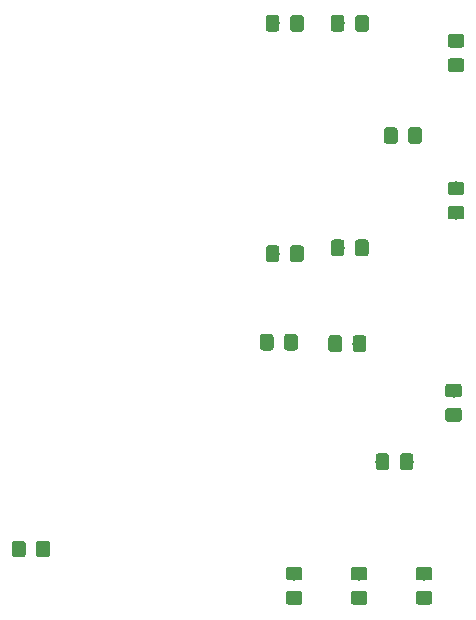
<source format=gbr>
G04 #@! TF.GenerationSoftware,KiCad,Pcbnew,(5.0.1)-3*
G04 #@! TF.CreationDate,2019-08-04T12:29:00-04:00*
G04 #@! TF.ProjectId,Dice_roller,446963655F726F6C6C65722E6B696361,rev?*
G04 #@! TF.SameCoordinates,Original*
G04 #@! TF.FileFunction,Paste,Top*
G04 #@! TF.FilePolarity,Positive*
%FSLAX46Y46*%
G04 Gerber Fmt 4.6, Leading zero omitted, Abs format (unit mm)*
G04 Created by KiCad (PCBNEW (5.0.1)-3) date 8/4/2019 12:29:00 PM*
%MOMM*%
%LPD*%
G01*
G04 APERTURE LIST*
%ADD10C,0.100000*%
%ADD11C,1.150000*%
G04 APERTURE END LIST*
D10*
G04 #@! TO.C,R1*
G36*
X158266334Y-95066896D02*
X158290602Y-95070496D01*
X158314401Y-95076457D01*
X158337500Y-95084722D01*
X158359679Y-95095212D01*
X158380722Y-95107824D01*
X158400428Y-95122439D01*
X158418606Y-95138915D01*
X158435082Y-95157093D01*
X158449697Y-95176799D01*
X158462309Y-95197842D01*
X158472799Y-95220021D01*
X158481064Y-95243120D01*
X158487025Y-95266919D01*
X158490625Y-95291187D01*
X158491829Y-95315691D01*
X158491829Y-95965693D01*
X158490625Y-95990197D01*
X158487025Y-96014465D01*
X158481064Y-96038264D01*
X158472799Y-96061363D01*
X158462309Y-96083542D01*
X158449697Y-96104585D01*
X158435082Y-96124291D01*
X158418606Y-96142469D01*
X158400428Y-96158945D01*
X158380722Y-96173560D01*
X158359679Y-96186172D01*
X158337500Y-96196662D01*
X158314401Y-96204927D01*
X158290602Y-96210888D01*
X158266334Y-96214488D01*
X158241830Y-96215692D01*
X157341828Y-96215692D01*
X157317324Y-96214488D01*
X157293056Y-96210888D01*
X157269257Y-96204927D01*
X157246158Y-96196662D01*
X157223979Y-96186172D01*
X157202936Y-96173560D01*
X157183230Y-96158945D01*
X157165052Y-96142469D01*
X157148576Y-96124291D01*
X157133961Y-96104585D01*
X157121349Y-96083542D01*
X157110859Y-96061363D01*
X157102594Y-96038264D01*
X157096633Y-96014465D01*
X157093033Y-95990197D01*
X157091829Y-95965693D01*
X157091829Y-95315691D01*
X157093033Y-95291187D01*
X157096633Y-95266919D01*
X157102594Y-95243120D01*
X157110859Y-95220021D01*
X157121349Y-95197842D01*
X157133961Y-95176799D01*
X157148576Y-95157093D01*
X157165052Y-95138915D01*
X157183230Y-95122439D01*
X157202936Y-95107824D01*
X157223979Y-95095212D01*
X157246158Y-95084722D01*
X157269257Y-95076457D01*
X157293056Y-95070496D01*
X157317324Y-95066896D01*
X157341828Y-95065692D01*
X158241830Y-95065692D01*
X158266334Y-95066896D01*
X158266334Y-95066896D01*
G37*
D11*
X157791829Y-95640692D03*
D10*
G36*
X158266334Y-93016896D02*
X158290602Y-93020496D01*
X158314401Y-93026457D01*
X158337500Y-93034722D01*
X158359679Y-93045212D01*
X158380722Y-93057824D01*
X158400428Y-93072439D01*
X158418606Y-93088915D01*
X158435082Y-93107093D01*
X158449697Y-93126799D01*
X158462309Y-93147842D01*
X158472799Y-93170021D01*
X158481064Y-93193120D01*
X158487025Y-93216919D01*
X158490625Y-93241187D01*
X158491829Y-93265691D01*
X158491829Y-93915693D01*
X158490625Y-93940197D01*
X158487025Y-93964465D01*
X158481064Y-93988264D01*
X158472799Y-94011363D01*
X158462309Y-94033542D01*
X158449697Y-94054585D01*
X158435082Y-94074291D01*
X158418606Y-94092469D01*
X158400428Y-94108945D01*
X158380722Y-94123560D01*
X158359679Y-94136172D01*
X158337500Y-94146662D01*
X158314401Y-94154927D01*
X158290602Y-94160888D01*
X158266334Y-94164488D01*
X158241830Y-94165692D01*
X157341828Y-94165692D01*
X157317324Y-94164488D01*
X157293056Y-94160888D01*
X157269257Y-94154927D01*
X157246158Y-94146662D01*
X157223979Y-94136172D01*
X157202936Y-94123560D01*
X157183230Y-94108945D01*
X157165052Y-94092469D01*
X157148576Y-94074291D01*
X157133961Y-94054585D01*
X157121349Y-94033542D01*
X157110859Y-94011363D01*
X157102594Y-93988264D01*
X157096633Y-93964465D01*
X157093033Y-93940197D01*
X157091829Y-93915693D01*
X157091829Y-93265691D01*
X157093033Y-93241187D01*
X157096633Y-93216919D01*
X157102594Y-93193120D01*
X157110859Y-93170021D01*
X157121349Y-93147842D01*
X157133961Y-93126799D01*
X157148576Y-93107093D01*
X157165052Y-93088915D01*
X157183230Y-93072439D01*
X157202936Y-93057824D01*
X157223979Y-93045212D01*
X157246158Y-93034722D01*
X157269257Y-93026457D01*
X157293056Y-93020496D01*
X157317324Y-93016896D01*
X157341828Y-93015692D01*
X158241830Y-93015692D01*
X158266334Y-93016896D01*
X158266334Y-93016896D01*
G37*
D11*
X157791829Y-93590692D03*
G04 #@! TD*
D10*
G04 #@! TO.C,R2*
G36*
X148116334Y-88916896D02*
X148140602Y-88920496D01*
X148164401Y-88926457D01*
X148187500Y-88934722D01*
X148209679Y-88945212D01*
X148230722Y-88957824D01*
X148250428Y-88972439D01*
X148268606Y-88988915D01*
X148285082Y-89007093D01*
X148299697Y-89026799D01*
X148312309Y-89047842D01*
X148322799Y-89070021D01*
X148331064Y-89093120D01*
X148337025Y-89116919D01*
X148340625Y-89141187D01*
X148341829Y-89165691D01*
X148341829Y-90065693D01*
X148340625Y-90090197D01*
X148337025Y-90114465D01*
X148331064Y-90138264D01*
X148322799Y-90161363D01*
X148312309Y-90183542D01*
X148299697Y-90204585D01*
X148285082Y-90224291D01*
X148268606Y-90242469D01*
X148250428Y-90258945D01*
X148230722Y-90273560D01*
X148209679Y-90286172D01*
X148187500Y-90296662D01*
X148164401Y-90304927D01*
X148140602Y-90310888D01*
X148116334Y-90314488D01*
X148091830Y-90315692D01*
X147441828Y-90315692D01*
X147417324Y-90314488D01*
X147393056Y-90310888D01*
X147369257Y-90304927D01*
X147346158Y-90296662D01*
X147323979Y-90286172D01*
X147302936Y-90273560D01*
X147283230Y-90258945D01*
X147265052Y-90242469D01*
X147248576Y-90224291D01*
X147233961Y-90204585D01*
X147221349Y-90183542D01*
X147210859Y-90161363D01*
X147202594Y-90138264D01*
X147196633Y-90114465D01*
X147193033Y-90090197D01*
X147191829Y-90065693D01*
X147191829Y-89165691D01*
X147193033Y-89141187D01*
X147196633Y-89116919D01*
X147202594Y-89093120D01*
X147210859Y-89070021D01*
X147221349Y-89047842D01*
X147233961Y-89026799D01*
X147248576Y-89007093D01*
X147265052Y-88988915D01*
X147283230Y-88972439D01*
X147302936Y-88957824D01*
X147323979Y-88945212D01*
X147346158Y-88934722D01*
X147369257Y-88926457D01*
X147393056Y-88920496D01*
X147417324Y-88916896D01*
X147441828Y-88915692D01*
X148091830Y-88915692D01*
X148116334Y-88916896D01*
X148116334Y-88916896D01*
G37*
D11*
X147766829Y-89615692D03*
D10*
G36*
X150166334Y-88916896D02*
X150190602Y-88920496D01*
X150214401Y-88926457D01*
X150237500Y-88934722D01*
X150259679Y-88945212D01*
X150280722Y-88957824D01*
X150300428Y-88972439D01*
X150318606Y-88988915D01*
X150335082Y-89007093D01*
X150349697Y-89026799D01*
X150362309Y-89047842D01*
X150372799Y-89070021D01*
X150381064Y-89093120D01*
X150387025Y-89116919D01*
X150390625Y-89141187D01*
X150391829Y-89165691D01*
X150391829Y-90065693D01*
X150390625Y-90090197D01*
X150387025Y-90114465D01*
X150381064Y-90138264D01*
X150372799Y-90161363D01*
X150362309Y-90183542D01*
X150349697Y-90204585D01*
X150335082Y-90224291D01*
X150318606Y-90242469D01*
X150300428Y-90258945D01*
X150280722Y-90273560D01*
X150259679Y-90286172D01*
X150237500Y-90296662D01*
X150214401Y-90304927D01*
X150190602Y-90310888D01*
X150166334Y-90314488D01*
X150141830Y-90315692D01*
X149491828Y-90315692D01*
X149467324Y-90314488D01*
X149443056Y-90310888D01*
X149419257Y-90304927D01*
X149396158Y-90296662D01*
X149373979Y-90286172D01*
X149352936Y-90273560D01*
X149333230Y-90258945D01*
X149315052Y-90242469D01*
X149298576Y-90224291D01*
X149283961Y-90204585D01*
X149271349Y-90183542D01*
X149260859Y-90161363D01*
X149252594Y-90138264D01*
X149246633Y-90114465D01*
X149243033Y-90090197D01*
X149241829Y-90065693D01*
X149241829Y-89165691D01*
X149243033Y-89141187D01*
X149246633Y-89116919D01*
X149252594Y-89093120D01*
X149260859Y-89070021D01*
X149271349Y-89047842D01*
X149283961Y-89026799D01*
X149298576Y-89007093D01*
X149315052Y-88988915D01*
X149333230Y-88972439D01*
X149352936Y-88957824D01*
X149373979Y-88945212D01*
X149396158Y-88934722D01*
X149419257Y-88926457D01*
X149443056Y-88920496D01*
X149467324Y-88916896D01*
X149491828Y-88915692D01*
X150141830Y-88915692D01*
X150166334Y-88916896D01*
X150166334Y-88916896D01*
G37*
D11*
X149816829Y-89615692D03*
G04 #@! TD*
D10*
G04 #@! TO.C,R3*
G36*
X142324505Y-88801204D02*
X142348773Y-88804804D01*
X142372572Y-88810765D01*
X142395671Y-88819030D01*
X142417850Y-88829520D01*
X142438893Y-88842132D01*
X142458599Y-88856747D01*
X142476777Y-88873223D01*
X142493253Y-88891401D01*
X142507868Y-88911107D01*
X142520480Y-88932150D01*
X142530970Y-88954329D01*
X142539235Y-88977428D01*
X142545196Y-89001227D01*
X142548796Y-89025495D01*
X142550000Y-89049999D01*
X142550000Y-89950001D01*
X142548796Y-89974505D01*
X142545196Y-89998773D01*
X142539235Y-90022572D01*
X142530970Y-90045671D01*
X142520480Y-90067850D01*
X142507868Y-90088893D01*
X142493253Y-90108599D01*
X142476777Y-90126777D01*
X142458599Y-90143253D01*
X142438893Y-90157868D01*
X142417850Y-90170480D01*
X142395671Y-90180970D01*
X142372572Y-90189235D01*
X142348773Y-90195196D01*
X142324505Y-90198796D01*
X142300001Y-90200000D01*
X141649999Y-90200000D01*
X141625495Y-90198796D01*
X141601227Y-90195196D01*
X141577428Y-90189235D01*
X141554329Y-90180970D01*
X141532150Y-90170480D01*
X141511107Y-90157868D01*
X141491401Y-90143253D01*
X141473223Y-90126777D01*
X141456747Y-90108599D01*
X141442132Y-90088893D01*
X141429520Y-90067850D01*
X141419030Y-90045671D01*
X141410765Y-90022572D01*
X141404804Y-89998773D01*
X141401204Y-89974505D01*
X141400000Y-89950001D01*
X141400000Y-89049999D01*
X141401204Y-89025495D01*
X141404804Y-89001227D01*
X141410765Y-88977428D01*
X141419030Y-88954329D01*
X141429520Y-88932150D01*
X141442132Y-88911107D01*
X141456747Y-88891401D01*
X141473223Y-88873223D01*
X141491401Y-88856747D01*
X141511107Y-88842132D01*
X141532150Y-88829520D01*
X141554329Y-88819030D01*
X141577428Y-88810765D01*
X141601227Y-88804804D01*
X141625495Y-88801204D01*
X141649999Y-88800000D01*
X142300001Y-88800000D01*
X142324505Y-88801204D01*
X142324505Y-88801204D01*
G37*
D11*
X141975000Y-89500000D03*
D10*
G36*
X144374505Y-88801204D02*
X144398773Y-88804804D01*
X144422572Y-88810765D01*
X144445671Y-88819030D01*
X144467850Y-88829520D01*
X144488893Y-88842132D01*
X144508599Y-88856747D01*
X144526777Y-88873223D01*
X144543253Y-88891401D01*
X144557868Y-88911107D01*
X144570480Y-88932150D01*
X144580970Y-88954329D01*
X144589235Y-88977428D01*
X144595196Y-89001227D01*
X144598796Y-89025495D01*
X144600000Y-89049999D01*
X144600000Y-89950001D01*
X144598796Y-89974505D01*
X144595196Y-89998773D01*
X144589235Y-90022572D01*
X144580970Y-90045671D01*
X144570480Y-90067850D01*
X144557868Y-90088893D01*
X144543253Y-90108599D01*
X144526777Y-90126777D01*
X144508599Y-90143253D01*
X144488893Y-90157868D01*
X144467850Y-90170480D01*
X144445671Y-90180970D01*
X144422572Y-90189235D01*
X144398773Y-90195196D01*
X144374505Y-90198796D01*
X144350001Y-90200000D01*
X143699999Y-90200000D01*
X143675495Y-90198796D01*
X143651227Y-90195196D01*
X143627428Y-90189235D01*
X143604329Y-90180970D01*
X143582150Y-90170480D01*
X143561107Y-90157868D01*
X143541401Y-90143253D01*
X143523223Y-90126777D01*
X143506747Y-90108599D01*
X143492132Y-90088893D01*
X143479520Y-90067850D01*
X143469030Y-90045671D01*
X143460765Y-90022572D01*
X143454804Y-89998773D01*
X143451204Y-89974505D01*
X143450000Y-89950001D01*
X143450000Y-89049999D01*
X143451204Y-89025495D01*
X143454804Y-89001227D01*
X143460765Y-88977428D01*
X143469030Y-88954329D01*
X143479520Y-88932150D01*
X143492132Y-88911107D01*
X143506747Y-88891401D01*
X143523223Y-88873223D01*
X143541401Y-88856747D01*
X143561107Y-88842132D01*
X143582150Y-88829520D01*
X143604329Y-88819030D01*
X143627428Y-88810765D01*
X143651227Y-88804804D01*
X143675495Y-88801204D01*
X143699999Y-88800000D01*
X144350001Y-88800000D01*
X144374505Y-88801204D01*
X144374505Y-88801204D01*
G37*
D11*
X144025000Y-89500000D03*
G04 #@! TD*
D10*
G04 #@! TO.C,R4*
G36*
X152116334Y-98916896D02*
X152140602Y-98920496D01*
X152164401Y-98926457D01*
X152187500Y-98934722D01*
X152209679Y-98945212D01*
X152230722Y-98957824D01*
X152250428Y-98972439D01*
X152268606Y-98988915D01*
X152285082Y-99007093D01*
X152299697Y-99026799D01*
X152312309Y-99047842D01*
X152322799Y-99070021D01*
X152331064Y-99093120D01*
X152337025Y-99116919D01*
X152340625Y-99141187D01*
X152341829Y-99165691D01*
X152341829Y-100065693D01*
X152340625Y-100090197D01*
X152337025Y-100114465D01*
X152331064Y-100138264D01*
X152322799Y-100161363D01*
X152312309Y-100183542D01*
X152299697Y-100204585D01*
X152285082Y-100224291D01*
X152268606Y-100242469D01*
X152250428Y-100258945D01*
X152230722Y-100273560D01*
X152209679Y-100286172D01*
X152187500Y-100296662D01*
X152164401Y-100304927D01*
X152140602Y-100310888D01*
X152116334Y-100314488D01*
X152091830Y-100315692D01*
X151441828Y-100315692D01*
X151417324Y-100314488D01*
X151393056Y-100310888D01*
X151369257Y-100304927D01*
X151346158Y-100296662D01*
X151323979Y-100286172D01*
X151302936Y-100273560D01*
X151283230Y-100258945D01*
X151265052Y-100242469D01*
X151248576Y-100224291D01*
X151233961Y-100204585D01*
X151221349Y-100183542D01*
X151210859Y-100161363D01*
X151202594Y-100138264D01*
X151196633Y-100114465D01*
X151193033Y-100090197D01*
X151191829Y-100065693D01*
X151191829Y-99165691D01*
X151193033Y-99141187D01*
X151196633Y-99116919D01*
X151202594Y-99093120D01*
X151210859Y-99070021D01*
X151221349Y-99047842D01*
X151233961Y-99026799D01*
X151248576Y-99007093D01*
X151265052Y-98988915D01*
X151283230Y-98972439D01*
X151302936Y-98957824D01*
X151323979Y-98945212D01*
X151346158Y-98934722D01*
X151369257Y-98926457D01*
X151393056Y-98920496D01*
X151417324Y-98916896D01*
X151441828Y-98915692D01*
X152091830Y-98915692D01*
X152116334Y-98916896D01*
X152116334Y-98916896D01*
G37*
D11*
X151766829Y-99615692D03*
D10*
G36*
X154166334Y-98916896D02*
X154190602Y-98920496D01*
X154214401Y-98926457D01*
X154237500Y-98934722D01*
X154259679Y-98945212D01*
X154280722Y-98957824D01*
X154300428Y-98972439D01*
X154318606Y-98988915D01*
X154335082Y-99007093D01*
X154349697Y-99026799D01*
X154362309Y-99047842D01*
X154372799Y-99070021D01*
X154381064Y-99093120D01*
X154387025Y-99116919D01*
X154390625Y-99141187D01*
X154391829Y-99165691D01*
X154391829Y-100065693D01*
X154390625Y-100090197D01*
X154387025Y-100114465D01*
X154381064Y-100138264D01*
X154372799Y-100161363D01*
X154362309Y-100183542D01*
X154349697Y-100204585D01*
X154335082Y-100224291D01*
X154318606Y-100242469D01*
X154300428Y-100258945D01*
X154280722Y-100273560D01*
X154259679Y-100286172D01*
X154237500Y-100296662D01*
X154214401Y-100304927D01*
X154190602Y-100310888D01*
X154166334Y-100314488D01*
X154141830Y-100315692D01*
X153491828Y-100315692D01*
X153467324Y-100314488D01*
X153443056Y-100310888D01*
X153419257Y-100304927D01*
X153396158Y-100296662D01*
X153373979Y-100286172D01*
X153352936Y-100273560D01*
X153333230Y-100258945D01*
X153315052Y-100242469D01*
X153298576Y-100224291D01*
X153283961Y-100204585D01*
X153271349Y-100183542D01*
X153260859Y-100161363D01*
X153252594Y-100138264D01*
X153246633Y-100114465D01*
X153243033Y-100090197D01*
X153241829Y-100065693D01*
X153241829Y-99165691D01*
X153243033Y-99141187D01*
X153246633Y-99116919D01*
X153252594Y-99093120D01*
X153260859Y-99070021D01*
X153271349Y-99047842D01*
X153283961Y-99026799D01*
X153298576Y-99007093D01*
X153315052Y-98988915D01*
X153333230Y-98972439D01*
X153352936Y-98957824D01*
X153373979Y-98945212D01*
X153396158Y-98934722D01*
X153419257Y-98926457D01*
X153443056Y-98920496D01*
X153467324Y-98916896D01*
X153491828Y-98915692D01*
X154141830Y-98915692D01*
X154166334Y-98916896D01*
X154166334Y-98916896D01*
G37*
D11*
X153816829Y-99615692D03*
G04 #@! TD*
D10*
G04 #@! TO.C,R5*
G36*
X155766334Y-110566896D02*
X155790602Y-110570496D01*
X155814401Y-110576457D01*
X155837500Y-110584722D01*
X155859679Y-110595212D01*
X155880722Y-110607824D01*
X155900428Y-110622439D01*
X155918606Y-110638915D01*
X155935082Y-110657093D01*
X155949697Y-110676799D01*
X155962309Y-110697842D01*
X155972799Y-110720021D01*
X155981064Y-110743120D01*
X155987025Y-110766919D01*
X155990625Y-110791187D01*
X155991829Y-110815691D01*
X155991829Y-111465693D01*
X155990625Y-111490197D01*
X155987025Y-111514465D01*
X155981064Y-111538264D01*
X155972799Y-111561363D01*
X155962309Y-111583542D01*
X155949697Y-111604585D01*
X155935082Y-111624291D01*
X155918606Y-111642469D01*
X155900428Y-111658945D01*
X155880722Y-111673560D01*
X155859679Y-111686172D01*
X155837500Y-111696662D01*
X155814401Y-111704927D01*
X155790602Y-111710888D01*
X155766334Y-111714488D01*
X155741830Y-111715692D01*
X154841828Y-111715692D01*
X154817324Y-111714488D01*
X154793056Y-111710888D01*
X154769257Y-111704927D01*
X154746158Y-111696662D01*
X154723979Y-111686172D01*
X154702936Y-111673560D01*
X154683230Y-111658945D01*
X154665052Y-111642469D01*
X154648576Y-111624291D01*
X154633961Y-111604585D01*
X154621349Y-111583542D01*
X154610859Y-111561363D01*
X154602594Y-111538264D01*
X154596633Y-111514465D01*
X154593033Y-111490197D01*
X154591829Y-111465693D01*
X154591829Y-110815691D01*
X154593033Y-110791187D01*
X154596633Y-110766919D01*
X154602594Y-110743120D01*
X154610859Y-110720021D01*
X154621349Y-110697842D01*
X154633961Y-110676799D01*
X154648576Y-110657093D01*
X154665052Y-110638915D01*
X154683230Y-110622439D01*
X154702936Y-110607824D01*
X154723979Y-110595212D01*
X154746158Y-110584722D01*
X154769257Y-110576457D01*
X154793056Y-110570496D01*
X154817324Y-110566896D01*
X154841828Y-110565692D01*
X155741830Y-110565692D01*
X155766334Y-110566896D01*
X155766334Y-110566896D01*
G37*
D11*
X155291829Y-111140692D03*
D10*
G36*
X155766334Y-108516896D02*
X155790602Y-108520496D01*
X155814401Y-108526457D01*
X155837500Y-108534722D01*
X155859679Y-108545212D01*
X155880722Y-108557824D01*
X155900428Y-108572439D01*
X155918606Y-108588915D01*
X155935082Y-108607093D01*
X155949697Y-108626799D01*
X155962309Y-108647842D01*
X155972799Y-108670021D01*
X155981064Y-108693120D01*
X155987025Y-108716919D01*
X155990625Y-108741187D01*
X155991829Y-108765691D01*
X155991829Y-109415693D01*
X155990625Y-109440197D01*
X155987025Y-109464465D01*
X155981064Y-109488264D01*
X155972799Y-109511363D01*
X155962309Y-109533542D01*
X155949697Y-109554585D01*
X155935082Y-109574291D01*
X155918606Y-109592469D01*
X155900428Y-109608945D01*
X155880722Y-109623560D01*
X155859679Y-109636172D01*
X155837500Y-109646662D01*
X155814401Y-109654927D01*
X155790602Y-109660888D01*
X155766334Y-109664488D01*
X155741830Y-109665692D01*
X154841828Y-109665692D01*
X154817324Y-109664488D01*
X154793056Y-109660888D01*
X154769257Y-109654927D01*
X154746158Y-109646662D01*
X154723979Y-109636172D01*
X154702936Y-109623560D01*
X154683230Y-109608945D01*
X154665052Y-109592469D01*
X154648576Y-109574291D01*
X154633961Y-109554585D01*
X154621349Y-109533542D01*
X154610859Y-109511363D01*
X154602594Y-109488264D01*
X154596633Y-109464465D01*
X154593033Y-109440197D01*
X154591829Y-109415693D01*
X154591829Y-108765691D01*
X154593033Y-108741187D01*
X154596633Y-108716919D01*
X154602594Y-108693120D01*
X154610859Y-108670021D01*
X154621349Y-108647842D01*
X154633961Y-108626799D01*
X154648576Y-108607093D01*
X154665052Y-108588915D01*
X154683230Y-108572439D01*
X154702936Y-108557824D01*
X154723979Y-108545212D01*
X154746158Y-108534722D01*
X154769257Y-108526457D01*
X154793056Y-108520496D01*
X154817324Y-108516896D01*
X154841828Y-108515692D01*
X155741830Y-108515692D01*
X155766334Y-108516896D01*
X155766334Y-108516896D01*
G37*
D11*
X155291829Y-109090692D03*
G04 #@! TD*
D10*
G04 #@! TO.C,R6*
G36*
X150266334Y-108516896D02*
X150290602Y-108520496D01*
X150314401Y-108526457D01*
X150337500Y-108534722D01*
X150359679Y-108545212D01*
X150380722Y-108557824D01*
X150400428Y-108572439D01*
X150418606Y-108588915D01*
X150435082Y-108607093D01*
X150449697Y-108626799D01*
X150462309Y-108647842D01*
X150472799Y-108670021D01*
X150481064Y-108693120D01*
X150487025Y-108716919D01*
X150490625Y-108741187D01*
X150491829Y-108765691D01*
X150491829Y-109415693D01*
X150490625Y-109440197D01*
X150487025Y-109464465D01*
X150481064Y-109488264D01*
X150472799Y-109511363D01*
X150462309Y-109533542D01*
X150449697Y-109554585D01*
X150435082Y-109574291D01*
X150418606Y-109592469D01*
X150400428Y-109608945D01*
X150380722Y-109623560D01*
X150359679Y-109636172D01*
X150337500Y-109646662D01*
X150314401Y-109654927D01*
X150290602Y-109660888D01*
X150266334Y-109664488D01*
X150241830Y-109665692D01*
X149341828Y-109665692D01*
X149317324Y-109664488D01*
X149293056Y-109660888D01*
X149269257Y-109654927D01*
X149246158Y-109646662D01*
X149223979Y-109636172D01*
X149202936Y-109623560D01*
X149183230Y-109608945D01*
X149165052Y-109592469D01*
X149148576Y-109574291D01*
X149133961Y-109554585D01*
X149121349Y-109533542D01*
X149110859Y-109511363D01*
X149102594Y-109488264D01*
X149096633Y-109464465D01*
X149093033Y-109440197D01*
X149091829Y-109415693D01*
X149091829Y-108765691D01*
X149093033Y-108741187D01*
X149096633Y-108716919D01*
X149102594Y-108693120D01*
X149110859Y-108670021D01*
X149121349Y-108647842D01*
X149133961Y-108626799D01*
X149148576Y-108607093D01*
X149165052Y-108588915D01*
X149183230Y-108572439D01*
X149202936Y-108557824D01*
X149223979Y-108545212D01*
X149246158Y-108534722D01*
X149269257Y-108526457D01*
X149293056Y-108520496D01*
X149317324Y-108516896D01*
X149341828Y-108515692D01*
X150241830Y-108515692D01*
X150266334Y-108516896D01*
X150266334Y-108516896D01*
G37*
D11*
X149791829Y-109090692D03*
D10*
G36*
X150266334Y-110566896D02*
X150290602Y-110570496D01*
X150314401Y-110576457D01*
X150337500Y-110584722D01*
X150359679Y-110595212D01*
X150380722Y-110607824D01*
X150400428Y-110622439D01*
X150418606Y-110638915D01*
X150435082Y-110657093D01*
X150449697Y-110676799D01*
X150462309Y-110697842D01*
X150472799Y-110720021D01*
X150481064Y-110743120D01*
X150487025Y-110766919D01*
X150490625Y-110791187D01*
X150491829Y-110815691D01*
X150491829Y-111465693D01*
X150490625Y-111490197D01*
X150487025Y-111514465D01*
X150481064Y-111538264D01*
X150472799Y-111561363D01*
X150462309Y-111583542D01*
X150449697Y-111604585D01*
X150435082Y-111624291D01*
X150418606Y-111642469D01*
X150400428Y-111658945D01*
X150380722Y-111673560D01*
X150359679Y-111686172D01*
X150337500Y-111696662D01*
X150314401Y-111704927D01*
X150290602Y-111710888D01*
X150266334Y-111714488D01*
X150241830Y-111715692D01*
X149341828Y-111715692D01*
X149317324Y-111714488D01*
X149293056Y-111710888D01*
X149269257Y-111704927D01*
X149246158Y-111696662D01*
X149223979Y-111686172D01*
X149202936Y-111673560D01*
X149183230Y-111658945D01*
X149165052Y-111642469D01*
X149148576Y-111624291D01*
X149133961Y-111604585D01*
X149121349Y-111583542D01*
X149110859Y-111561363D01*
X149102594Y-111538264D01*
X149096633Y-111514465D01*
X149093033Y-111490197D01*
X149091829Y-111465693D01*
X149091829Y-110815691D01*
X149093033Y-110791187D01*
X149096633Y-110766919D01*
X149102594Y-110743120D01*
X149110859Y-110720021D01*
X149121349Y-110697842D01*
X149133961Y-110676799D01*
X149148576Y-110657093D01*
X149165052Y-110638915D01*
X149183230Y-110622439D01*
X149202936Y-110607824D01*
X149223979Y-110595212D01*
X149246158Y-110584722D01*
X149269257Y-110576457D01*
X149293056Y-110570496D01*
X149317324Y-110566896D01*
X149341828Y-110565692D01*
X150241830Y-110565692D01*
X150266334Y-110566896D01*
X150266334Y-110566896D01*
G37*
D11*
X149791829Y-111140692D03*
G04 #@! TD*
D10*
G04 #@! TO.C,R7*
G36*
X144766334Y-108516896D02*
X144790602Y-108520496D01*
X144814401Y-108526457D01*
X144837500Y-108534722D01*
X144859679Y-108545212D01*
X144880722Y-108557824D01*
X144900428Y-108572439D01*
X144918606Y-108588915D01*
X144935082Y-108607093D01*
X144949697Y-108626799D01*
X144962309Y-108647842D01*
X144972799Y-108670021D01*
X144981064Y-108693120D01*
X144987025Y-108716919D01*
X144990625Y-108741187D01*
X144991829Y-108765691D01*
X144991829Y-109415693D01*
X144990625Y-109440197D01*
X144987025Y-109464465D01*
X144981064Y-109488264D01*
X144972799Y-109511363D01*
X144962309Y-109533542D01*
X144949697Y-109554585D01*
X144935082Y-109574291D01*
X144918606Y-109592469D01*
X144900428Y-109608945D01*
X144880722Y-109623560D01*
X144859679Y-109636172D01*
X144837500Y-109646662D01*
X144814401Y-109654927D01*
X144790602Y-109660888D01*
X144766334Y-109664488D01*
X144741830Y-109665692D01*
X143841828Y-109665692D01*
X143817324Y-109664488D01*
X143793056Y-109660888D01*
X143769257Y-109654927D01*
X143746158Y-109646662D01*
X143723979Y-109636172D01*
X143702936Y-109623560D01*
X143683230Y-109608945D01*
X143665052Y-109592469D01*
X143648576Y-109574291D01*
X143633961Y-109554585D01*
X143621349Y-109533542D01*
X143610859Y-109511363D01*
X143602594Y-109488264D01*
X143596633Y-109464465D01*
X143593033Y-109440197D01*
X143591829Y-109415693D01*
X143591829Y-108765691D01*
X143593033Y-108741187D01*
X143596633Y-108716919D01*
X143602594Y-108693120D01*
X143610859Y-108670021D01*
X143621349Y-108647842D01*
X143633961Y-108626799D01*
X143648576Y-108607093D01*
X143665052Y-108588915D01*
X143683230Y-108572439D01*
X143702936Y-108557824D01*
X143723979Y-108545212D01*
X143746158Y-108534722D01*
X143769257Y-108526457D01*
X143793056Y-108520496D01*
X143817324Y-108516896D01*
X143841828Y-108515692D01*
X144741830Y-108515692D01*
X144766334Y-108516896D01*
X144766334Y-108516896D01*
G37*
D11*
X144291829Y-109090692D03*
D10*
G36*
X144766334Y-110566896D02*
X144790602Y-110570496D01*
X144814401Y-110576457D01*
X144837500Y-110584722D01*
X144859679Y-110595212D01*
X144880722Y-110607824D01*
X144900428Y-110622439D01*
X144918606Y-110638915D01*
X144935082Y-110657093D01*
X144949697Y-110676799D01*
X144962309Y-110697842D01*
X144972799Y-110720021D01*
X144981064Y-110743120D01*
X144987025Y-110766919D01*
X144990625Y-110791187D01*
X144991829Y-110815691D01*
X144991829Y-111465693D01*
X144990625Y-111490197D01*
X144987025Y-111514465D01*
X144981064Y-111538264D01*
X144972799Y-111561363D01*
X144962309Y-111583542D01*
X144949697Y-111604585D01*
X144935082Y-111624291D01*
X144918606Y-111642469D01*
X144900428Y-111658945D01*
X144880722Y-111673560D01*
X144859679Y-111686172D01*
X144837500Y-111696662D01*
X144814401Y-111704927D01*
X144790602Y-111710888D01*
X144766334Y-111714488D01*
X144741830Y-111715692D01*
X143841828Y-111715692D01*
X143817324Y-111714488D01*
X143793056Y-111710888D01*
X143769257Y-111704927D01*
X143746158Y-111696662D01*
X143723979Y-111686172D01*
X143702936Y-111673560D01*
X143683230Y-111658945D01*
X143665052Y-111642469D01*
X143648576Y-111624291D01*
X143633961Y-111604585D01*
X143621349Y-111583542D01*
X143610859Y-111561363D01*
X143602594Y-111538264D01*
X143596633Y-111514465D01*
X143593033Y-111490197D01*
X143591829Y-111465693D01*
X143591829Y-110815691D01*
X143593033Y-110791187D01*
X143596633Y-110766919D01*
X143602594Y-110743120D01*
X143610859Y-110720021D01*
X143621349Y-110697842D01*
X143633961Y-110676799D01*
X143648576Y-110657093D01*
X143665052Y-110638915D01*
X143683230Y-110622439D01*
X143702936Y-110607824D01*
X143723979Y-110595212D01*
X143746158Y-110584722D01*
X143769257Y-110576457D01*
X143793056Y-110570496D01*
X143817324Y-110566896D01*
X143841828Y-110565692D01*
X144741830Y-110565692D01*
X144766334Y-110566896D01*
X144766334Y-110566896D01*
G37*
D11*
X144291829Y-111140692D03*
G04 #@! TD*
D10*
G04 #@! TO.C,R8*
G36*
X158474505Y-63401204D02*
X158498773Y-63404804D01*
X158522572Y-63410765D01*
X158545671Y-63419030D01*
X158567850Y-63429520D01*
X158588893Y-63442132D01*
X158608599Y-63456747D01*
X158626777Y-63473223D01*
X158643253Y-63491401D01*
X158657868Y-63511107D01*
X158670480Y-63532150D01*
X158680970Y-63554329D01*
X158689235Y-63577428D01*
X158695196Y-63601227D01*
X158698796Y-63625495D01*
X158700000Y-63649999D01*
X158700000Y-64300001D01*
X158698796Y-64324505D01*
X158695196Y-64348773D01*
X158689235Y-64372572D01*
X158680970Y-64395671D01*
X158670480Y-64417850D01*
X158657868Y-64438893D01*
X158643253Y-64458599D01*
X158626777Y-64476777D01*
X158608599Y-64493253D01*
X158588893Y-64507868D01*
X158567850Y-64520480D01*
X158545671Y-64530970D01*
X158522572Y-64539235D01*
X158498773Y-64545196D01*
X158474505Y-64548796D01*
X158450001Y-64550000D01*
X157549999Y-64550000D01*
X157525495Y-64548796D01*
X157501227Y-64545196D01*
X157477428Y-64539235D01*
X157454329Y-64530970D01*
X157432150Y-64520480D01*
X157411107Y-64507868D01*
X157391401Y-64493253D01*
X157373223Y-64476777D01*
X157356747Y-64458599D01*
X157342132Y-64438893D01*
X157329520Y-64417850D01*
X157319030Y-64395671D01*
X157310765Y-64372572D01*
X157304804Y-64348773D01*
X157301204Y-64324505D01*
X157300000Y-64300001D01*
X157300000Y-63649999D01*
X157301204Y-63625495D01*
X157304804Y-63601227D01*
X157310765Y-63577428D01*
X157319030Y-63554329D01*
X157329520Y-63532150D01*
X157342132Y-63511107D01*
X157356747Y-63491401D01*
X157373223Y-63473223D01*
X157391401Y-63456747D01*
X157411107Y-63442132D01*
X157432150Y-63429520D01*
X157454329Y-63419030D01*
X157477428Y-63410765D01*
X157501227Y-63404804D01*
X157525495Y-63401204D01*
X157549999Y-63400000D01*
X158450001Y-63400000D01*
X158474505Y-63401204D01*
X158474505Y-63401204D01*
G37*
D11*
X158000000Y-63975000D03*
D10*
G36*
X158474505Y-65451204D02*
X158498773Y-65454804D01*
X158522572Y-65460765D01*
X158545671Y-65469030D01*
X158567850Y-65479520D01*
X158588893Y-65492132D01*
X158608599Y-65506747D01*
X158626777Y-65523223D01*
X158643253Y-65541401D01*
X158657868Y-65561107D01*
X158670480Y-65582150D01*
X158680970Y-65604329D01*
X158689235Y-65627428D01*
X158695196Y-65651227D01*
X158698796Y-65675495D01*
X158700000Y-65699999D01*
X158700000Y-66350001D01*
X158698796Y-66374505D01*
X158695196Y-66398773D01*
X158689235Y-66422572D01*
X158680970Y-66445671D01*
X158670480Y-66467850D01*
X158657868Y-66488893D01*
X158643253Y-66508599D01*
X158626777Y-66526777D01*
X158608599Y-66543253D01*
X158588893Y-66557868D01*
X158567850Y-66570480D01*
X158545671Y-66580970D01*
X158522572Y-66589235D01*
X158498773Y-66595196D01*
X158474505Y-66598796D01*
X158450001Y-66600000D01*
X157549999Y-66600000D01*
X157525495Y-66598796D01*
X157501227Y-66595196D01*
X157477428Y-66589235D01*
X157454329Y-66580970D01*
X157432150Y-66570480D01*
X157411107Y-66557868D01*
X157391401Y-66543253D01*
X157373223Y-66526777D01*
X157356747Y-66508599D01*
X157342132Y-66488893D01*
X157329520Y-66467850D01*
X157319030Y-66445671D01*
X157310765Y-66422572D01*
X157304804Y-66398773D01*
X157301204Y-66374505D01*
X157300000Y-66350001D01*
X157300000Y-65699999D01*
X157301204Y-65675495D01*
X157304804Y-65651227D01*
X157310765Y-65627428D01*
X157319030Y-65604329D01*
X157329520Y-65582150D01*
X157342132Y-65561107D01*
X157356747Y-65541401D01*
X157373223Y-65523223D01*
X157391401Y-65506747D01*
X157411107Y-65492132D01*
X157432150Y-65479520D01*
X157454329Y-65469030D01*
X157477428Y-65460765D01*
X157501227Y-65454804D01*
X157525495Y-65451204D01*
X157549999Y-65450000D01*
X158450001Y-65450000D01*
X158474505Y-65451204D01*
X158474505Y-65451204D01*
G37*
D11*
X158000000Y-66025000D03*
G04 #@! TD*
D10*
G04 #@! TO.C,R9*
G36*
X150374505Y-61801204D02*
X150398773Y-61804804D01*
X150422572Y-61810765D01*
X150445671Y-61819030D01*
X150467850Y-61829520D01*
X150488893Y-61842132D01*
X150508599Y-61856747D01*
X150526777Y-61873223D01*
X150543253Y-61891401D01*
X150557868Y-61911107D01*
X150570480Y-61932150D01*
X150580970Y-61954329D01*
X150589235Y-61977428D01*
X150595196Y-62001227D01*
X150598796Y-62025495D01*
X150600000Y-62049999D01*
X150600000Y-62950001D01*
X150598796Y-62974505D01*
X150595196Y-62998773D01*
X150589235Y-63022572D01*
X150580970Y-63045671D01*
X150570480Y-63067850D01*
X150557868Y-63088893D01*
X150543253Y-63108599D01*
X150526777Y-63126777D01*
X150508599Y-63143253D01*
X150488893Y-63157868D01*
X150467850Y-63170480D01*
X150445671Y-63180970D01*
X150422572Y-63189235D01*
X150398773Y-63195196D01*
X150374505Y-63198796D01*
X150350001Y-63200000D01*
X149699999Y-63200000D01*
X149675495Y-63198796D01*
X149651227Y-63195196D01*
X149627428Y-63189235D01*
X149604329Y-63180970D01*
X149582150Y-63170480D01*
X149561107Y-63157868D01*
X149541401Y-63143253D01*
X149523223Y-63126777D01*
X149506747Y-63108599D01*
X149492132Y-63088893D01*
X149479520Y-63067850D01*
X149469030Y-63045671D01*
X149460765Y-63022572D01*
X149454804Y-62998773D01*
X149451204Y-62974505D01*
X149450000Y-62950001D01*
X149450000Y-62049999D01*
X149451204Y-62025495D01*
X149454804Y-62001227D01*
X149460765Y-61977428D01*
X149469030Y-61954329D01*
X149479520Y-61932150D01*
X149492132Y-61911107D01*
X149506747Y-61891401D01*
X149523223Y-61873223D01*
X149541401Y-61856747D01*
X149561107Y-61842132D01*
X149582150Y-61829520D01*
X149604329Y-61819030D01*
X149627428Y-61810765D01*
X149651227Y-61804804D01*
X149675495Y-61801204D01*
X149699999Y-61800000D01*
X150350001Y-61800000D01*
X150374505Y-61801204D01*
X150374505Y-61801204D01*
G37*
D11*
X150025000Y-62500000D03*
D10*
G36*
X148324505Y-61801204D02*
X148348773Y-61804804D01*
X148372572Y-61810765D01*
X148395671Y-61819030D01*
X148417850Y-61829520D01*
X148438893Y-61842132D01*
X148458599Y-61856747D01*
X148476777Y-61873223D01*
X148493253Y-61891401D01*
X148507868Y-61911107D01*
X148520480Y-61932150D01*
X148530970Y-61954329D01*
X148539235Y-61977428D01*
X148545196Y-62001227D01*
X148548796Y-62025495D01*
X148550000Y-62049999D01*
X148550000Y-62950001D01*
X148548796Y-62974505D01*
X148545196Y-62998773D01*
X148539235Y-63022572D01*
X148530970Y-63045671D01*
X148520480Y-63067850D01*
X148507868Y-63088893D01*
X148493253Y-63108599D01*
X148476777Y-63126777D01*
X148458599Y-63143253D01*
X148438893Y-63157868D01*
X148417850Y-63170480D01*
X148395671Y-63180970D01*
X148372572Y-63189235D01*
X148348773Y-63195196D01*
X148324505Y-63198796D01*
X148300001Y-63200000D01*
X147649999Y-63200000D01*
X147625495Y-63198796D01*
X147601227Y-63195196D01*
X147577428Y-63189235D01*
X147554329Y-63180970D01*
X147532150Y-63170480D01*
X147511107Y-63157868D01*
X147491401Y-63143253D01*
X147473223Y-63126777D01*
X147456747Y-63108599D01*
X147442132Y-63088893D01*
X147429520Y-63067850D01*
X147419030Y-63045671D01*
X147410765Y-63022572D01*
X147404804Y-62998773D01*
X147401204Y-62974505D01*
X147400000Y-62950001D01*
X147400000Y-62049999D01*
X147401204Y-62025495D01*
X147404804Y-62001227D01*
X147410765Y-61977428D01*
X147419030Y-61954329D01*
X147429520Y-61932150D01*
X147442132Y-61911107D01*
X147456747Y-61891401D01*
X147473223Y-61873223D01*
X147491401Y-61856747D01*
X147511107Y-61842132D01*
X147532150Y-61829520D01*
X147554329Y-61819030D01*
X147577428Y-61810765D01*
X147601227Y-61804804D01*
X147625495Y-61801204D01*
X147649999Y-61800000D01*
X148300001Y-61800000D01*
X148324505Y-61801204D01*
X148324505Y-61801204D01*
G37*
D11*
X147975000Y-62500000D03*
G04 #@! TD*
D10*
G04 #@! TO.C,R10*
G36*
X144874505Y-61801204D02*
X144898773Y-61804804D01*
X144922572Y-61810765D01*
X144945671Y-61819030D01*
X144967850Y-61829520D01*
X144988893Y-61842132D01*
X145008599Y-61856747D01*
X145026777Y-61873223D01*
X145043253Y-61891401D01*
X145057868Y-61911107D01*
X145070480Y-61932150D01*
X145080970Y-61954329D01*
X145089235Y-61977428D01*
X145095196Y-62001227D01*
X145098796Y-62025495D01*
X145100000Y-62049999D01*
X145100000Y-62950001D01*
X145098796Y-62974505D01*
X145095196Y-62998773D01*
X145089235Y-63022572D01*
X145080970Y-63045671D01*
X145070480Y-63067850D01*
X145057868Y-63088893D01*
X145043253Y-63108599D01*
X145026777Y-63126777D01*
X145008599Y-63143253D01*
X144988893Y-63157868D01*
X144967850Y-63170480D01*
X144945671Y-63180970D01*
X144922572Y-63189235D01*
X144898773Y-63195196D01*
X144874505Y-63198796D01*
X144850001Y-63200000D01*
X144199999Y-63200000D01*
X144175495Y-63198796D01*
X144151227Y-63195196D01*
X144127428Y-63189235D01*
X144104329Y-63180970D01*
X144082150Y-63170480D01*
X144061107Y-63157868D01*
X144041401Y-63143253D01*
X144023223Y-63126777D01*
X144006747Y-63108599D01*
X143992132Y-63088893D01*
X143979520Y-63067850D01*
X143969030Y-63045671D01*
X143960765Y-63022572D01*
X143954804Y-62998773D01*
X143951204Y-62974505D01*
X143950000Y-62950001D01*
X143950000Y-62049999D01*
X143951204Y-62025495D01*
X143954804Y-62001227D01*
X143960765Y-61977428D01*
X143969030Y-61954329D01*
X143979520Y-61932150D01*
X143992132Y-61911107D01*
X144006747Y-61891401D01*
X144023223Y-61873223D01*
X144041401Y-61856747D01*
X144061107Y-61842132D01*
X144082150Y-61829520D01*
X144104329Y-61819030D01*
X144127428Y-61810765D01*
X144151227Y-61804804D01*
X144175495Y-61801204D01*
X144199999Y-61800000D01*
X144850001Y-61800000D01*
X144874505Y-61801204D01*
X144874505Y-61801204D01*
G37*
D11*
X144525000Y-62500000D03*
D10*
G36*
X142824505Y-61801204D02*
X142848773Y-61804804D01*
X142872572Y-61810765D01*
X142895671Y-61819030D01*
X142917850Y-61829520D01*
X142938893Y-61842132D01*
X142958599Y-61856747D01*
X142976777Y-61873223D01*
X142993253Y-61891401D01*
X143007868Y-61911107D01*
X143020480Y-61932150D01*
X143030970Y-61954329D01*
X143039235Y-61977428D01*
X143045196Y-62001227D01*
X143048796Y-62025495D01*
X143050000Y-62049999D01*
X143050000Y-62950001D01*
X143048796Y-62974505D01*
X143045196Y-62998773D01*
X143039235Y-63022572D01*
X143030970Y-63045671D01*
X143020480Y-63067850D01*
X143007868Y-63088893D01*
X142993253Y-63108599D01*
X142976777Y-63126777D01*
X142958599Y-63143253D01*
X142938893Y-63157868D01*
X142917850Y-63170480D01*
X142895671Y-63180970D01*
X142872572Y-63189235D01*
X142848773Y-63195196D01*
X142824505Y-63198796D01*
X142800001Y-63200000D01*
X142149999Y-63200000D01*
X142125495Y-63198796D01*
X142101227Y-63195196D01*
X142077428Y-63189235D01*
X142054329Y-63180970D01*
X142032150Y-63170480D01*
X142011107Y-63157868D01*
X141991401Y-63143253D01*
X141973223Y-63126777D01*
X141956747Y-63108599D01*
X141942132Y-63088893D01*
X141929520Y-63067850D01*
X141919030Y-63045671D01*
X141910765Y-63022572D01*
X141904804Y-62998773D01*
X141901204Y-62974505D01*
X141900000Y-62950001D01*
X141900000Y-62049999D01*
X141901204Y-62025495D01*
X141904804Y-62001227D01*
X141910765Y-61977428D01*
X141919030Y-61954329D01*
X141929520Y-61932150D01*
X141942132Y-61911107D01*
X141956747Y-61891401D01*
X141973223Y-61873223D01*
X141991401Y-61856747D01*
X142011107Y-61842132D01*
X142032150Y-61829520D01*
X142054329Y-61819030D01*
X142077428Y-61810765D01*
X142101227Y-61804804D01*
X142125495Y-61801204D01*
X142149999Y-61800000D01*
X142800001Y-61800000D01*
X142824505Y-61801204D01*
X142824505Y-61801204D01*
G37*
D11*
X142475000Y-62500000D03*
G04 #@! TD*
D10*
G04 #@! TO.C,R11*
G36*
X154874505Y-71301204D02*
X154898773Y-71304804D01*
X154922572Y-71310765D01*
X154945671Y-71319030D01*
X154967850Y-71329520D01*
X154988893Y-71342132D01*
X155008599Y-71356747D01*
X155026777Y-71373223D01*
X155043253Y-71391401D01*
X155057868Y-71411107D01*
X155070480Y-71432150D01*
X155080970Y-71454329D01*
X155089235Y-71477428D01*
X155095196Y-71501227D01*
X155098796Y-71525495D01*
X155100000Y-71549999D01*
X155100000Y-72450001D01*
X155098796Y-72474505D01*
X155095196Y-72498773D01*
X155089235Y-72522572D01*
X155080970Y-72545671D01*
X155070480Y-72567850D01*
X155057868Y-72588893D01*
X155043253Y-72608599D01*
X155026777Y-72626777D01*
X155008599Y-72643253D01*
X154988893Y-72657868D01*
X154967850Y-72670480D01*
X154945671Y-72680970D01*
X154922572Y-72689235D01*
X154898773Y-72695196D01*
X154874505Y-72698796D01*
X154850001Y-72700000D01*
X154199999Y-72700000D01*
X154175495Y-72698796D01*
X154151227Y-72695196D01*
X154127428Y-72689235D01*
X154104329Y-72680970D01*
X154082150Y-72670480D01*
X154061107Y-72657868D01*
X154041401Y-72643253D01*
X154023223Y-72626777D01*
X154006747Y-72608599D01*
X153992132Y-72588893D01*
X153979520Y-72567850D01*
X153969030Y-72545671D01*
X153960765Y-72522572D01*
X153954804Y-72498773D01*
X153951204Y-72474505D01*
X153950000Y-72450001D01*
X153950000Y-71549999D01*
X153951204Y-71525495D01*
X153954804Y-71501227D01*
X153960765Y-71477428D01*
X153969030Y-71454329D01*
X153979520Y-71432150D01*
X153992132Y-71411107D01*
X154006747Y-71391401D01*
X154023223Y-71373223D01*
X154041401Y-71356747D01*
X154061107Y-71342132D01*
X154082150Y-71329520D01*
X154104329Y-71319030D01*
X154127428Y-71310765D01*
X154151227Y-71304804D01*
X154175495Y-71301204D01*
X154199999Y-71300000D01*
X154850001Y-71300000D01*
X154874505Y-71301204D01*
X154874505Y-71301204D01*
G37*
D11*
X154525000Y-72000000D03*
D10*
G36*
X152824505Y-71301204D02*
X152848773Y-71304804D01*
X152872572Y-71310765D01*
X152895671Y-71319030D01*
X152917850Y-71329520D01*
X152938893Y-71342132D01*
X152958599Y-71356747D01*
X152976777Y-71373223D01*
X152993253Y-71391401D01*
X153007868Y-71411107D01*
X153020480Y-71432150D01*
X153030970Y-71454329D01*
X153039235Y-71477428D01*
X153045196Y-71501227D01*
X153048796Y-71525495D01*
X153050000Y-71549999D01*
X153050000Y-72450001D01*
X153048796Y-72474505D01*
X153045196Y-72498773D01*
X153039235Y-72522572D01*
X153030970Y-72545671D01*
X153020480Y-72567850D01*
X153007868Y-72588893D01*
X152993253Y-72608599D01*
X152976777Y-72626777D01*
X152958599Y-72643253D01*
X152938893Y-72657868D01*
X152917850Y-72670480D01*
X152895671Y-72680970D01*
X152872572Y-72689235D01*
X152848773Y-72695196D01*
X152824505Y-72698796D01*
X152800001Y-72700000D01*
X152149999Y-72700000D01*
X152125495Y-72698796D01*
X152101227Y-72695196D01*
X152077428Y-72689235D01*
X152054329Y-72680970D01*
X152032150Y-72670480D01*
X152011107Y-72657868D01*
X151991401Y-72643253D01*
X151973223Y-72626777D01*
X151956747Y-72608599D01*
X151942132Y-72588893D01*
X151929520Y-72567850D01*
X151919030Y-72545671D01*
X151910765Y-72522572D01*
X151904804Y-72498773D01*
X151901204Y-72474505D01*
X151900000Y-72450001D01*
X151900000Y-71549999D01*
X151901204Y-71525495D01*
X151904804Y-71501227D01*
X151910765Y-71477428D01*
X151919030Y-71454329D01*
X151929520Y-71432150D01*
X151942132Y-71411107D01*
X151956747Y-71391401D01*
X151973223Y-71373223D01*
X151991401Y-71356747D01*
X152011107Y-71342132D01*
X152032150Y-71329520D01*
X152054329Y-71319030D01*
X152077428Y-71310765D01*
X152101227Y-71304804D01*
X152125495Y-71301204D01*
X152149999Y-71300000D01*
X152800001Y-71300000D01*
X152824505Y-71301204D01*
X152824505Y-71301204D01*
G37*
D11*
X152475000Y-72000000D03*
G04 #@! TD*
D10*
G04 #@! TO.C,R12*
G36*
X158474505Y-77951204D02*
X158498773Y-77954804D01*
X158522572Y-77960765D01*
X158545671Y-77969030D01*
X158567850Y-77979520D01*
X158588893Y-77992132D01*
X158608599Y-78006747D01*
X158626777Y-78023223D01*
X158643253Y-78041401D01*
X158657868Y-78061107D01*
X158670480Y-78082150D01*
X158680970Y-78104329D01*
X158689235Y-78127428D01*
X158695196Y-78151227D01*
X158698796Y-78175495D01*
X158700000Y-78199999D01*
X158700000Y-78850001D01*
X158698796Y-78874505D01*
X158695196Y-78898773D01*
X158689235Y-78922572D01*
X158680970Y-78945671D01*
X158670480Y-78967850D01*
X158657868Y-78988893D01*
X158643253Y-79008599D01*
X158626777Y-79026777D01*
X158608599Y-79043253D01*
X158588893Y-79057868D01*
X158567850Y-79070480D01*
X158545671Y-79080970D01*
X158522572Y-79089235D01*
X158498773Y-79095196D01*
X158474505Y-79098796D01*
X158450001Y-79100000D01*
X157549999Y-79100000D01*
X157525495Y-79098796D01*
X157501227Y-79095196D01*
X157477428Y-79089235D01*
X157454329Y-79080970D01*
X157432150Y-79070480D01*
X157411107Y-79057868D01*
X157391401Y-79043253D01*
X157373223Y-79026777D01*
X157356747Y-79008599D01*
X157342132Y-78988893D01*
X157329520Y-78967850D01*
X157319030Y-78945671D01*
X157310765Y-78922572D01*
X157304804Y-78898773D01*
X157301204Y-78874505D01*
X157300000Y-78850001D01*
X157300000Y-78199999D01*
X157301204Y-78175495D01*
X157304804Y-78151227D01*
X157310765Y-78127428D01*
X157319030Y-78104329D01*
X157329520Y-78082150D01*
X157342132Y-78061107D01*
X157356747Y-78041401D01*
X157373223Y-78023223D01*
X157391401Y-78006747D01*
X157411107Y-77992132D01*
X157432150Y-77979520D01*
X157454329Y-77969030D01*
X157477428Y-77960765D01*
X157501227Y-77954804D01*
X157525495Y-77951204D01*
X157549999Y-77950000D01*
X158450001Y-77950000D01*
X158474505Y-77951204D01*
X158474505Y-77951204D01*
G37*
D11*
X158000000Y-78525000D03*
D10*
G36*
X158474505Y-75901204D02*
X158498773Y-75904804D01*
X158522572Y-75910765D01*
X158545671Y-75919030D01*
X158567850Y-75929520D01*
X158588893Y-75942132D01*
X158608599Y-75956747D01*
X158626777Y-75973223D01*
X158643253Y-75991401D01*
X158657868Y-76011107D01*
X158670480Y-76032150D01*
X158680970Y-76054329D01*
X158689235Y-76077428D01*
X158695196Y-76101227D01*
X158698796Y-76125495D01*
X158700000Y-76149999D01*
X158700000Y-76800001D01*
X158698796Y-76824505D01*
X158695196Y-76848773D01*
X158689235Y-76872572D01*
X158680970Y-76895671D01*
X158670480Y-76917850D01*
X158657868Y-76938893D01*
X158643253Y-76958599D01*
X158626777Y-76976777D01*
X158608599Y-76993253D01*
X158588893Y-77007868D01*
X158567850Y-77020480D01*
X158545671Y-77030970D01*
X158522572Y-77039235D01*
X158498773Y-77045196D01*
X158474505Y-77048796D01*
X158450001Y-77050000D01*
X157549999Y-77050000D01*
X157525495Y-77048796D01*
X157501227Y-77045196D01*
X157477428Y-77039235D01*
X157454329Y-77030970D01*
X157432150Y-77020480D01*
X157411107Y-77007868D01*
X157391401Y-76993253D01*
X157373223Y-76976777D01*
X157356747Y-76958599D01*
X157342132Y-76938893D01*
X157329520Y-76917850D01*
X157319030Y-76895671D01*
X157310765Y-76872572D01*
X157304804Y-76848773D01*
X157301204Y-76824505D01*
X157300000Y-76800001D01*
X157300000Y-76149999D01*
X157301204Y-76125495D01*
X157304804Y-76101227D01*
X157310765Y-76077428D01*
X157319030Y-76054329D01*
X157329520Y-76032150D01*
X157342132Y-76011107D01*
X157356747Y-75991401D01*
X157373223Y-75973223D01*
X157391401Y-75956747D01*
X157411107Y-75942132D01*
X157432150Y-75929520D01*
X157454329Y-75919030D01*
X157477428Y-75910765D01*
X157501227Y-75904804D01*
X157525495Y-75901204D01*
X157549999Y-75900000D01*
X158450001Y-75900000D01*
X158474505Y-75901204D01*
X158474505Y-75901204D01*
G37*
D11*
X158000000Y-76475000D03*
G04 #@! TD*
D10*
G04 #@! TO.C,R13*
G36*
X148324505Y-80801204D02*
X148348773Y-80804804D01*
X148372572Y-80810765D01*
X148395671Y-80819030D01*
X148417850Y-80829520D01*
X148438893Y-80842132D01*
X148458599Y-80856747D01*
X148476777Y-80873223D01*
X148493253Y-80891401D01*
X148507868Y-80911107D01*
X148520480Y-80932150D01*
X148530970Y-80954329D01*
X148539235Y-80977428D01*
X148545196Y-81001227D01*
X148548796Y-81025495D01*
X148550000Y-81049999D01*
X148550000Y-81950001D01*
X148548796Y-81974505D01*
X148545196Y-81998773D01*
X148539235Y-82022572D01*
X148530970Y-82045671D01*
X148520480Y-82067850D01*
X148507868Y-82088893D01*
X148493253Y-82108599D01*
X148476777Y-82126777D01*
X148458599Y-82143253D01*
X148438893Y-82157868D01*
X148417850Y-82170480D01*
X148395671Y-82180970D01*
X148372572Y-82189235D01*
X148348773Y-82195196D01*
X148324505Y-82198796D01*
X148300001Y-82200000D01*
X147649999Y-82200000D01*
X147625495Y-82198796D01*
X147601227Y-82195196D01*
X147577428Y-82189235D01*
X147554329Y-82180970D01*
X147532150Y-82170480D01*
X147511107Y-82157868D01*
X147491401Y-82143253D01*
X147473223Y-82126777D01*
X147456747Y-82108599D01*
X147442132Y-82088893D01*
X147429520Y-82067850D01*
X147419030Y-82045671D01*
X147410765Y-82022572D01*
X147404804Y-81998773D01*
X147401204Y-81974505D01*
X147400000Y-81950001D01*
X147400000Y-81049999D01*
X147401204Y-81025495D01*
X147404804Y-81001227D01*
X147410765Y-80977428D01*
X147419030Y-80954329D01*
X147429520Y-80932150D01*
X147442132Y-80911107D01*
X147456747Y-80891401D01*
X147473223Y-80873223D01*
X147491401Y-80856747D01*
X147511107Y-80842132D01*
X147532150Y-80829520D01*
X147554329Y-80819030D01*
X147577428Y-80810765D01*
X147601227Y-80804804D01*
X147625495Y-80801204D01*
X147649999Y-80800000D01*
X148300001Y-80800000D01*
X148324505Y-80801204D01*
X148324505Y-80801204D01*
G37*
D11*
X147975000Y-81500000D03*
D10*
G36*
X150374505Y-80801204D02*
X150398773Y-80804804D01*
X150422572Y-80810765D01*
X150445671Y-80819030D01*
X150467850Y-80829520D01*
X150488893Y-80842132D01*
X150508599Y-80856747D01*
X150526777Y-80873223D01*
X150543253Y-80891401D01*
X150557868Y-80911107D01*
X150570480Y-80932150D01*
X150580970Y-80954329D01*
X150589235Y-80977428D01*
X150595196Y-81001227D01*
X150598796Y-81025495D01*
X150600000Y-81049999D01*
X150600000Y-81950001D01*
X150598796Y-81974505D01*
X150595196Y-81998773D01*
X150589235Y-82022572D01*
X150580970Y-82045671D01*
X150570480Y-82067850D01*
X150557868Y-82088893D01*
X150543253Y-82108599D01*
X150526777Y-82126777D01*
X150508599Y-82143253D01*
X150488893Y-82157868D01*
X150467850Y-82170480D01*
X150445671Y-82180970D01*
X150422572Y-82189235D01*
X150398773Y-82195196D01*
X150374505Y-82198796D01*
X150350001Y-82200000D01*
X149699999Y-82200000D01*
X149675495Y-82198796D01*
X149651227Y-82195196D01*
X149627428Y-82189235D01*
X149604329Y-82180970D01*
X149582150Y-82170480D01*
X149561107Y-82157868D01*
X149541401Y-82143253D01*
X149523223Y-82126777D01*
X149506747Y-82108599D01*
X149492132Y-82088893D01*
X149479520Y-82067850D01*
X149469030Y-82045671D01*
X149460765Y-82022572D01*
X149454804Y-81998773D01*
X149451204Y-81974505D01*
X149450000Y-81950001D01*
X149450000Y-81049999D01*
X149451204Y-81025495D01*
X149454804Y-81001227D01*
X149460765Y-80977428D01*
X149469030Y-80954329D01*
X149479520Y-80932150D01*
X149492132Y-80911107D01*
X149506747Y-80891401D01*
X149523223Y-80873223D01*
X149541401Y-80856747D01*
X149561107Y-80842132D01*
X149582150Y-80829520D01*
X149604329Y-80819030D01*
X149627428Y-80810765D01*
X149651227Y-80804804D01*
X149675495Y-80801204D01*
X149699999Y-80800000D01*
X150350001Y-80800000D01*
X150374505Y-80801204D01*
X150374505Y-80801204D01*
G37*
D11*
X150025000Y-81500000D03*
G04 #@! TD*
D10*
G04 #@! TO.C,R14*
G36*
X144874505Y-81301204D02*
X144898773Y-81304804D01*
X144922572Y-81310765D01*
X144945671Y-81319030D01*
X144967850Y-81329520D01*
X144988893Y-81342132D01*
X145008599Y-81356747D01*
X145026777Y-81373223D01*
X145043253Y-81391401D01*
X145057868Y-81411107D01*
X145070480Y-81432150D01*
X145080970Y-81454329D01*
X145089235Y-81477428D01*
X145095196Y-81501227D01*
X145098796Y-81525495D01*
X145100000Y-81549999D01*
X145100000Y-82450001D01*
X145098796Y-82474505D01*
X145095196Y-82498773D01*
X145089235Y-82522572D01*
X145080970Y-82545671D01*
X145070480Y-82567850D01*
X145057868Y-82588893D01*
X145043253Y-82608599D01*
X145026777Y-82626777D01*
X145008599Y-82643253D01*
X144988893Y-82657868D01*
X144967850Y-82670480D01*
X144945671Y-82680970D01*
X144922572Y-82689235D01*
X144898773Y-82695196D01*
X144874505Y-82698796D01*
X144850001Y-82700000D01*
X144199999Y-82700000D01*
X144175495Y-82698796D01*
X144151227Y-82695196D01*
X144127428Y-82689235D01*
X144104329Y-82680970D01*
X144082150Y-82670480D01*
X144061107Y-82657868D01*
X144041401Y-82643253D01*
X144023223Y-82626777D01*
X144006747Y-82608599D01*
X143992132Y-82588893D01*
X143979520Y-82567850D01*
X143969030Y-82545671D01*
X143960765Y-82522572D01*
X143954804Y-82498773D01*
X143951204Y-82474505D01*
X143950000Y-82450001D01*
X143950000Y-81549999D01*
X143951204Y-81525495D01*
X143954804Y-81501227D01*
X143960765Y-81477428D01*
X143969030Y-81454329D01*
X143979520Y-81432150D01*
X143992132Y-81411107D01*
X144006747Y-81391401D01*
X144023223Y-81373223D01*
X144041401Y-81356747D01*
X144061107Y-81342132D01*
X144082150Y-81329520D01*
X144104329Y-81319030D01*
X144127428Y-81310765D01*
X144151227Y-81304804D01*
X144175495Y-81301204D01*
X144199999Y-81300000D01*
X144850001Y-81300000D01*
X144874505Y-81301204D01*
X144874505Y-81301204D01*
G37*
D11*
X144525000Y-82000000D03*
D10*
G36*
X142824505Y-81301204D02*
X142848773Y-81304804D01*
X142872572Y-81310765D01*
X142895671Y-81319030D01*
X142917850Y-81329520D01*
X142938893Y-81342132D01*
X142958599Y-81356747D01*
X142976777Y-81373223D01*
X142993253Y-81391401D01*
X143007868Y-81411107D01*
X143020480Y-81432150D01*
X143030970Y-81454329D01*
X143039235Y-81477428D01*
X143045196Y-81501227D01*
X143048796Y-81525495D01*
X143050000Y-81549999D01*
X143050000Y-82450001D01*
X143048796Y-82474505D01*
X143045196Y-82498773D01*
X143039235Y-82522572D01*
X143030970Y-82545671D01*
X143020480Y-82567850D01*
X143007868Y-82588893D01*
X142993253Y-82608599D01*
X142976777Y-82626777D01*
X142958599Y-82643253D01*
X142938893Y-82657868D01*
X142917850Y-82670480D01*
X142895671Y-82680970D01*
X142872572Y-82689235D01*
X142848773Y-82695196D01*
X142824505Y-82698796D01*
X142800001Y-82700000D01*
X142149999Y-82700000D01*
X142125495Y-82698796D01*
X142101227Y-82695196D01*
X142077428Y-82689235D01*
X142054329Y-82680970D01*
X142032150Y-82670480D01*
X142011107Y-82657868D01*
X141991401Y-82643253D01*
X141973223Y-82626777D01*
X141956747Y-82608599D01*
X141942132Y-82588893D01*
X141929520Y-82567850D01*
X141919030Y-82545671D01*
X141910765Y-82522572D01*
X141904804Y-82498773D01*
X141901204Y-82474505D01*
X141900000Y-82450001D01*
X141900000Y-81549999D01*
X141901204Y-81525495D01*
X141904804Y-81501227D01*
X141910765Y-81477428D01*
X141919030Y-81454329D01*
X141929520Y-81432150D01*
X141942132Y-81411107D01*
X141956747Y-81391401D01*
X141973223Y-81373223D01*
X141991401Y-81356747D01*
X142011107Y-81342132D01*
X142032150Y-81329520D01*
X142054329Y-81319030D01*
X142077428Y-81310765D01*
X142101227Y-81304804D01*
X142125495Y-81301204D01*
X142149999Y-81300000D01*
X142800001Y-81300000D01*
X142824505Y-81301204D01*
X142824505Y-81301204D01*
G37*
D11*
X142475000Y-82000000D03*
G04 #@! TD*
D10*
G04 #@! TO.C,R15*
G36*
X121324505Y-106301204D02*
X121348773Y-106304804D01*
X121372572Y-106310765D01*
X121395671Y-106319030D01*
X121417850Y-106329520D01*
X121438893Y-106342132D01*
X121458599Y-106356747D01*
X121476777Y-106373223D01*
X121493253Y-106391401D01*
X121507868Y-106411107D01*
X121520480Y-106432150D01*
X121530970Y-106454329D01*
X121539235Y-106477428D01*
X121545196Y-106501227D01*
X121548796Y-106525495D01*
X121550000Y-106549999D01*
X121550000Y-107450001D01*
X121548796Y-107474505D01*
X121545196Y-107498773D01*
X121539235Y-107522572D01*
X121530970Y-107545671D01*
X121520480Y-107567850D01*
X121507868Y-107588893D01*
X121493253Y-107608599D01*
X121476777Y-107626777D01*
X121458599Y-107643253D01*
X121438893Y-107657868D01*
X121417850Y-107670480D01*
X121395671Y-107680970D01*
X121372572Y-107689235D01*
X121348773Y-107695196D01*
X121324505Y-107698796D01*
X121300001Y-107700000D01*
X120649999Y-107700000D01*
X120625495Y-107698796D01*
X120601227Y-107695196D01*
X120577428Y-107689235D01*
X120554329Y-107680970D01*
X120532150Y-107670480D01*
X120511107Y-107657868D01*
X120491401Y-107643253D01*
X120473223Y-107626777D01*
X120456747Y-107608599D01*
X120442132Y-107588893D01*
X120429520Y-107567850D01*
X120419030Y-107545671D01*
X120410765Y-107522572D01*
X120404804Y-107498773D01*
X120401204Y-107474505D01*
X120400000Y-107450001D01*
X120400000Y-106549999D01*
X120401204Y-106525495D01*
X120404804Y-106501227D01*
X120410765Y-106477428D01*
X120419030Y-106454329D01*
X120429520Y-106432150D01*
X120442132Y-106411107D01*
X120456747Y-106391401D01*
X120473223Y-106373223D01*
X120491401Y-106356747D01*
X120511107Y-106342132D01*
X120532150Y-106329520D01*
X120554329Y-106319030D01*
X120577428Y-106310765D01*
X120601227Y-106304804D01*
X120625495Y-106301204D01*
X120649999Y-106300000D01*
X121300001Y-106300000D01*
X121324505Y-106301204D01*
X121324505Y-106301204D01*
G37*
D11*
X120975000Y-107000000D03*
D10*
G36*
X123374505Y-106301204D02*
X123398773Y-106304804D01*
X123422572Y-106310765D01*
X123445671Y-106319030D01*
X123467850Y-106329520D01*
X123488893Y-106342132D01*
X123508599Y-106356747D01*
X123526777Y-106373223D01*
X123543253Y-106391401D01*
X123557868Y-106411107D01*
X123570480Y-106432150D01*
X123580970Y-106454329D01*
X123589235Y-106477428D01*
X123595196Y-106501227D01*
X123598796Y-106525495D01*
X123600000Y-106549999D01*
X123600000Y-107450001D01*
X123598796Y-107474505D01*
X123595196Y-107498773D01*
X123589235Y-107522572D01*
X123580970Y-107545671D01*
X123570480Y-107567850D01*
X123557868Y-107588893D01*
X123543253Y-107608599D01*
X123526777Y-107626777D01*
X123508599Y-107643253D01*
X123488893Y-107657868D01*
X123467850Y-107670480D01*
X123445671Y-107680970D01*
X123422572Y-107689235D01*
X123398773Y-107695196D01*
X123374505Y-107698796D01*
X123350001Y-107700000D01*
X122699999Y-107700000D01*
X122675495Y-107698796D01*
X122651227Y-107695196D01*
X122627428Y-107689235D01*
X122604329Y-107680970D01*
X122582150Y-107670480D01*
X122561107Y-107657868D01*
X122541401Y-107643253D01*
X122523223Y-107626777D01*
X122506747Y-107608599D01*
X122492132Y-107588893D01*
X122479520Y-107567850D01*
X122469030Y-107545671D01*
X122460765Y-107522572D01*
X122454804Y-107498773D01*
X122451204Y-107474505D01*
X122450000Y-107450001D01*
X122450000Y-106549999D01*
X122451204Y-106525495D01*
X122454804Y-106501227D01*
X122460765Y-106477428D01*
X122469030Y-106454329D01*
X122479520Y-106432150D01*
X122492132Y-106411107D01*
X122506747Y-106391401D01*
X122523223Y-106373223D01*
X122541401Y-106356747D01*
X122561107Y-106342132D01*
X122582150Y-106329520D01*
X122604329Y-106319030D01*
X122627428Y-106310765D01*
X122651227Y-106304804D01*
X122675495Y-106301204D01*
X122699999Y-106300000D01*
X123350001Y-106300000D01*
X123374505Y-106301204D01*
X123374505Y-106301204D01*
G37*
D11*
X123025000Y-107000000D03*
G04 #@! TD*
M02*

</source>
